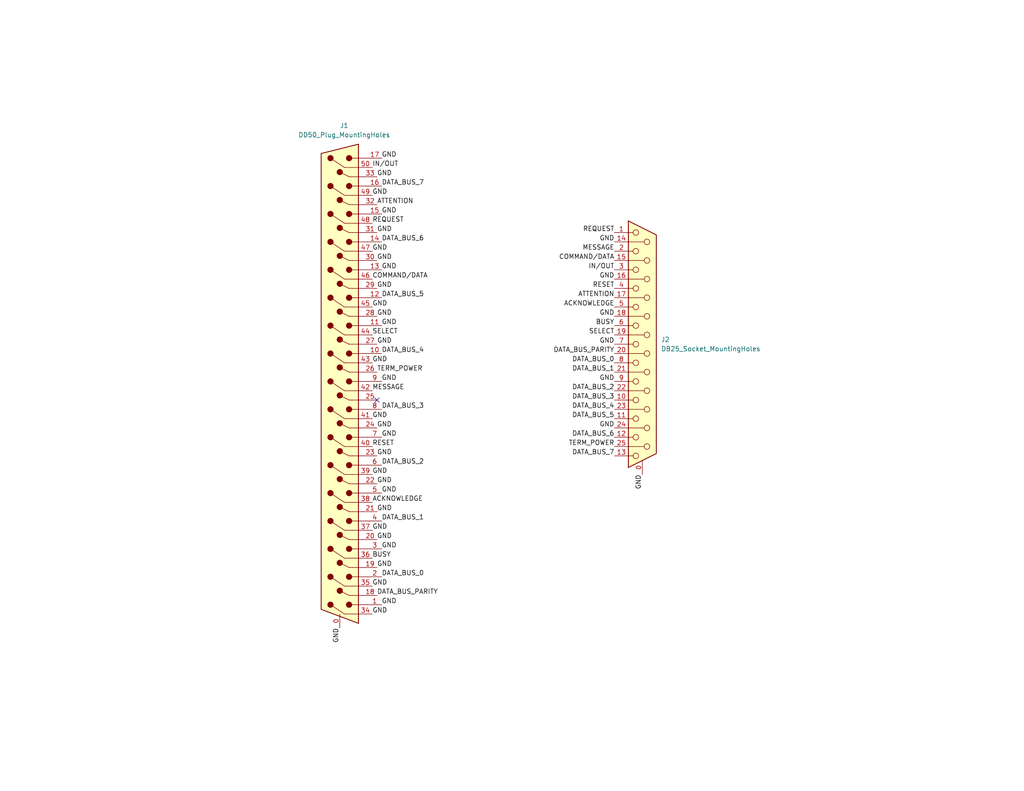
<source format=kicad_sch>
(kicad_sch (version 20250114) (generator "eeschema") (generator_version "9.0")
  (paper "USLetter")
  (title_block (title "SCSI SE DD50 to DB25") (date "2025-03-04") (rev "v0.1") (company "Daniel Williams") (comment 1 "Wired for Single Ended SCSI Only"))
  (lib_symbols
    (symbol "Connector:DB25_Socket_MountingHoles" (pin_names (offset 1.016) (hide yes))
      (property "Reference" "J" (at 0 36.83 0))
      (property "Value" "DB25_Socket_MountingHoles" (at 0 34.925 0))
      (symbol "DB25_Socket_MountingHoles_0_1"
        (polyline (pts (xy -3.81 33.655) (xy 3.81 29.845) (xy 3.81 -29.845) (xy -3.81 -33.655) (xy -3.81 33.655)) (stroke (width 0.254)) (fill (type background)))
        (polyline (pts (xy -3.81 30.48) (xy -2.54 30.48)))
        (polyline (pts (xy -3.81 27.94) (xy 0.508 27.94)))
        (polyline (pts (xy -3.81 25.4) (xy -2.54 25.4)))
        (polyline (pts (xy -3.81 22.86) (xy 0.508 22.86)))
        (polyline (pts (xy -3.81 20.32) (xy -2.54 20.32)))
        (polyline (pts (xy -3.81 17.78) (xy 0.508 17.78)))
        (polyline (pts (xy -3.81 15.24) (xy -2.54 15.24)))
        (polyline (pts (xy -3.81 12.7) (xy 0.508 12.7)))
        (polyline (pts (xy -3.81 10.16) (xy -2.54 10.16)))
        (polyline (pts (xy -3.81 7.62) (xy 0.508 7.62)))
        (polyline (pts (xy -3.81 5.08) (xy -2.54 5.08)))
        (polyline (pts (xy -3.81 2.54) (xy 0.508 2.54)))
        (polyline (pts (xy -3.81 0) (xy -2.54 0)))
        (polyline (pts (xy -3.81 -2.54) (xy 0.508 -2.54)))
        (polyline (pts (xy -3.81 -5.08) (xy -2.54 -5.08)))
        (polyline (pts (xy -3.81 -7.62) (xy 0.508 -7.62)))
        (polyline (pts (xy -3.81 -10.16) (xy -2.54 -10.16)))
        (polyline (pts (xy -3.81 -12.7) (xy 0.508 -12.7)))
        (polyline (pts (xy -3.81 -15.24) (xy -2.54 -15.24)))
        (polyline (pts (xy -3.81 -17.78) (xy 0.508 -17.78)))
        (polyline (pts (xy -3.81 -20.32) (xy -2.54 -20.32)))
        (polyline (pts (xy -3.81 -22.86) (xy 0.508 -22.86)))
        (polyline (pts (xy -3.81 -25.4) (xy -2.54 -25.4)))
        (polyline (pts (xy -3.81 -27.94) (xy 0.508 -27.94)))
        (polyline (pts (xy -3.81 -30.48) (xy -2.54 -30.48)))
        (circle (center -1.778 30.48) (radius 0.762))
        (circle (center -1.778 25.4) (radius 0.762))
        (circle (center -1.778 20.32) (radius 0.762))
        (circle (center -1.778 15.24) (radius 0.762))
        (circle (center -1.778 10.16) (radius 0.762))
        (circle (center -1.778 5.08) (radius 0.762))
        (circle (center -1.778 0) (radius 0.762))
        (circle (center -1.778 -5.08) (radius 0.762))
        (circle (center -1.778 -10.16) (radius 0.762))
        (circle (center -1.778 -15.24) (radius 0.762))
        (circle (center -1.778 -20.32) (radius 0.762))
        (circle (center -1.778 -25.4) (radius 0.762))
        (circle (center -1.778 -30.48) (radius 0.762))
        (circle (center 1.27 27.94) (radius 0.762))
        (circle (center 1.27 22.86) (radius 0.762))
        (circle (center 1.27 17.78) (radius 0.762))
        (circle (center 1.27 12.7) (radius 0.762))
        (circle (center 1.27 7.62) (radius 0.762))
        (circle (center 1.27 2.54) (radius 0.762))
        (circle (center 1.27 -2.54) (radius 0.762))
        (circle (center 1.27 -7.62) (radius 0.762))
        (circle (center 1.27 -12.7) (radius 0.762))
        (circle (center 1.27 -17.78) (radius 0.762))
        (circle (center 1.27 -22.86) (radius 0.762))
        (circle (center 1.27 -27.94) (radius 0.762))
      )
      (symbol "DB25_Socket_MountingHoles_1_1"
        (pin passive line (at -7.62 30.48 0) (length 3.81) (name "1") (number "1"))
        (pin passive line (at -7.62 27.94 0) (length 3.81) (name "P14") (number "14"))
        (pin passive line (at -7.62 25.4 0) (length 3.81) (name "2") (number "2"))
        (pin passive line (at -7.62 22.86 0) (length 3.81) (name "P15") (number "15"))
        (pin passive line (at -7.62 20.32 0) (length 3.81) (name "3") (number "3"))
        (pin passive line (at -7.62 17.78 0) (length 3.81) (name "P16") (number "16"))
        (pin passive line (at -7.62 15.24 0) (length 3.81) (name "4") (number "4"))
        (pin passive line (at -7.62 12.7 0) (length 3.81) (name "P17") (number "17"))
        (pin passive line (at -7.62 10.16 0) (length 3.81) (name "5") (number "5"))
        (pin passive line (at -7.62 7.62 0) (length 3.81) (name "P18") (number "18"))
        (pin passive line (at -7.62 5.08 0) (length 3.81) (name "6") (number "6"))
        (pin passive line (at -7.62 2.54 0) (length 3.81) (name "P19") (number "19"))
        (pin passive line (at -7.62 0 0) (length 3.81) (name "7") (number "7"))
        (pin passive line (at -7.62 -2.54 0) (length 3.81) (name "P20") (number "20"))
        (pin passive line (at -7.62 -5.08 0) (length 3.81) (name "8") (number "8"))
        (pin passive line (at -7.62 -7.62 0) (length 3.81) (name "P21") (number "21"))
        (pin passive line (at -7.62 -10.16 0) (length 3.81) (name "9") (number "9"))
        (pin passive line (at -7.62 -12.7 0) (length 3.81) (name "P22") (number "22"))
        (pin passive line (at -7.62 -15.24 0) (length 3.81) (name "10") (number "10"))
        (pin passive line (at -7.62 -17.78 0) (length 3.81) (name "P23") (number "23"))
        (pin passive line (at -7.62 -20.32 0) (length 3.81) (name "11") (number "11"))
        (pin passive line (at -7.62 -22.86 0) (length 3.81) (name "P24") (number "24"))
        (pin passive line (at -7.62 -25.4 0) (length 3.81) (name "12") (number "12"))
        (pin passive line (at -7.62 -27.94 0) (length 3.81) (name "P25") (number "25"))
        (pin passive line (at -7.62 -30.48 0) (length 3.81) (name "13") (number "13"))
        (pin passive line (at 0 -35.56 90) (length 3.81) (name "PAD") (number "0"))
      )
    )
    (symbol "dwilliams_connectors:DD50_Plug_MountingHoles"
      (property "Reference" "J" (at 0 0 0))
      (property "Value" "DD50_Plug_MountingHoles" (at 0 -2.032 0))
      (symbol "DD50_Plug_MountingHoles_0_1"
        (polyline (pts (xy -2.54 -7.62) (xy 2.54 -7.62)))
        (polyline (pts (xy -2.54 -15.24) (xy 2.54 -15.24)))
        (polyline (pts (xy -2.54 -22.86) (xy 2.54 -22.86)))
        (polyline (pts (xy -2.54 -30.48) (xy 2.54 -30.48)))
        (polyline (pts (xy -2.54 -38.1) (xy 2.54 -38.1)))
        (polyline (pts (xy -2.54 -45.72) (xy 2.54 -45.72)))
        (polyline (pts (xy -2.54 -53.34) (xy 2.54 -53.34)))
        (polyline (pts (xy -2.54 -60.96) (xy 2.54 -60.96)))
        (polyline (pts (xy -2.54 -68.58) (xy 2.54 -68.58)))
        (polyline (pts (xy -2.54 -76.2) (xy 2.54 -76.2)))
        (polyline (pts (xy -2.54 -83.82) (xy 2.54 -83.82)))
        (polyline (pts (xy -2.54 -91.44) (xy 2.54 -91.44)))
        (polyline (pts (xy -2.54 -99.06) (xy 2.54 -99.06)))
        (polyline (pts (xy -2.54 -106.68) (xy 2.54 -106.68)))
        (polyline (pts (xy -2.54 -114.3) (xy 2.54 -114.3)))
        (polyline (pts (xy -2.54 -121.92) (xy 2.54 -121.92)))
        (polyline (pts (xy -2.54 -129.54) (xy 2.54 -129.54)))
        (polyline (pts (xy -1.27 -12.7) (xy 2.54 -12.7)))
        (polyline (pts (xy -1.27 -20.32) (xy 2.54 -20.32)))
        (polyline (pts (xy -1.27 -27.94) (xy 2.54 -27.94)))
        (polyline (pts (xy -1.27 -35.56) (xy 2.54 -35.56)))
        (polyline (pts (xy -1.27 -43.18) (xy 2.54 -43.18)))
        (polyline (pts (xy -1.27 -50.8) (xy 2.54 -50.8)))
        (polyline (pts (xy -1.27 -58.42) (xy 2.54 -58.42)))
        (polyline (pts (xy -1.27 -66.04) (xy 2.54 -66.04)))
        (polyline (pts (xy -1.27 -73.66) (xy 2.54 -73.66)))
        (polyline (pts (xy -1.27 -81.28) (xy 2.54 -81.28)))
        (polyline (pts (xy -1.27 -88.9) (xy 2.54 -88.9)))
        (polyline (pts (xy -1.27 -96.52) (xy 2.54 -96.52)))
        (polyline (pts (xy -1.27 -104.14) (xy 2.54 -104.14)))
        (polyline (pts (xy -1.27 -111.76) (xy 2.54 -111.76)))
        (polyline (pts (xy -1.27 -119.38) (xy 2.54 -119.38)))
        (polyline (pts (xy -1.27 -127) (xy 2.54 -127)))
        (polyline (pts (xy 0 -10.16) (xy 3.81 -10.16)))
        (polyline (pts (xy 0 -17.78) (xy 3.81 -17.78)))
        (polyline (pts (xy 0 -25.4) (xy 3.81 -25.4)))
        (polyline (pts (xy 0 -33.02) (xy 3.81 -33.02)))
        (polyline (pts (xy 0 -40.64) (xy 3.81 -40.64)))
        (polyline (pts (xy 0 -48.26) (xy 3.81 -48.26)))
        (polyline (pts (xy 0 -55.88) (xy 3.81 -55.88)))
        (polyline (pts (xy 0 -63.5) (xy 3.81 -63.5)))
        (polyline (pts (xy 0 -71.12) (xy 3.81 -71.12)))
        (polyline (pts (xy 0 -78.74) (xy 3.81 -78.74)))
        (polyline (pts (xy 0 -86.36) (xy 3.81 -86.36)))
        (polyline (pts (xy 0 -93.98) (xy 3.81 -93.98)))
        (polyline (pts (xy 0 -101.6) (xy 3.81 -101.6)))
        (polyline (pts (xy 0 -109.22) (xy 3.81 -109.22)))
        (polyline (pts (xy 0 -116.84) (xy 3.81 -116.84)))
        (polyline (pts (xy 0 -124.46) (xy 3.81 -124.46)))
        (polyline (pts (xy 0 -132.08) (xy 3.81 -132.08)))
        (polyline (pts (xy 0 -134.62) (xy 10.16 -130.81) (xy 10.16 -6.35) (xy 0 -3.81) (xy 0 -134.62)) (stroke (width 0.254)) (fill (type background)))
        (circle (center 2.54 -7.62) (radius 0.762) (fill (type outline)))
        (polyline (pts (xy 2.54 -12.7) (xy 5.08 -11.43)))
        (circle (center 2.54 -15.24) (radius 0.762) (fill (type outline)))
        (polyline (pts (xy 2.54 -20.32) (xy 5.08 -19.05)))
        (circle (center 2.54 -22.86) (radius 0.762) (fill (type outline)))
        (polyline (pts (xy 2.54 -27.94) (xy 5.08 -26.67)))
        (circle (center 2.54 -30.48) (radius 0.762) (fill (type outline)))
        (polyline (pts (xy 2.54 -35.56) (xy 5.08 -34.29)))
        (circle (center 2.54 -38.1) (radius 0.762) (fill (type outline)))
        (polyline (pts (xy 2.54 -43.18) (xy 5.08 -41.91)))
        (circle (center 2.54 -45.72) (radius 0.762) (fill (type outline)))
        (polyline (pts (xy 2.54 -50.8) (xy 5.08 -49.53)))
        (circle (center 2.54 -53.34) (radius 0.762) (fill (type outline)))
        (polyline (pts (xy 2.54 -58.42) (xy 5.08 -57.15)))
        (circle (center 2.54 -60.96) (radius 0.762) (fill (type outline)))
        (polyline (pts (xy 2.54 -66.04) (xy 5.08 -64.77)))
        (circle (center 2.54 -68.58) (radius 0.762) (fill (type outline)))
        (polyline (pts (xy 2.54 -73.66) (xy 5.08 -72.39)))
        (circle (center 2.54 -76.2) (radius 0.762) (fill (type outline)))
        (polyline (pts (xy 2.54 -81.28) (xy 5.08 -80.01)))
        (circle (center 2.54 -83.82) (radius 0.762) (fill (type outline)))
        (polyline (pts (xy 2.54 -88.9) (xy 5.08 -87.63)))
        (circle (center 2.54 -91.44) (radius 0.762) (fill (type outline)))
        (polyline (pts (xy 2.54 -96.52) (xy 5.08 -95.25)))
        (circle (center 2.54 -99.06) (radius 0.762) (fill (type outline)))
        (polyline (pts (xy 2.54 -104.14) (xy 5.08 -102.87)))
        (circle (center 2.54 -106.68) (radius 0.762) (fill (type outline)))
        (polyline (pts (xy 2.54 -111.76) (xy 5.08 -110.49)))
        (circle (center 2.54 -114.3) (radius 0.762) (fill (type outline)))
        (polyline (pts (xy 2.54 -119.38) (xy 5.08 -118.11)))
        (circle (center 2.54 -121.92) (radius 0.762) (fill (type outline)))
        (polyline (pts (xy 2.54 -127) (xy 5.08 -125.73)))
        (circle (center 2.54 -129.54) (radius 0.762) (fill (type outline)))
        (polyline (pts (xy 3.81 -10.16) (xy 7.62 -7.62)))
        (polyline (pts (xy 3.81 -17.78) (xy 7.62 -15.24)))
        (polyline (pts (xy 3.81 -25.4) (xy 7.62 -22.86)))
        (polyline (pts (xy 3.81 -33.02) (xy 7.62 -30.48)))
        (polyline (pts (xy 3.81 -40.64) (xy 7.62 -38.1)))
        (polyline (pts (xy 3.81 -48.26) (xy 7.62 -45.72)))
        (polyline (pts (xy 3.81 -55.88) (xy 7.62 -53.34)))
        (polyline (pts (xy 3.81 -63.5) (xy 7.62 -60.96)))
        (polyline (pts (xy 3.81 -71.12) (xy 7.62 -68.58)))
        (polyline (pts (xy 3.81 -78.74) (xy 7.62 -76.2)))
        (polyline (pts (xy 3.81 -86.36) (xy 7.62 -83.82)))
        (polyline (pts (xy 3.81 -93.98) (xy 7.62 -91.44)))
        (polyline (pts (xy 3.81 -101.6) (xy 7.62 -99.06)))
        (polyline (pts (xy 3.81 -109.22) (xy 7.62 -106.68)))
        (polyline (pts (xy 3.81 -116.84) (xy 7.62 -114.3)))
        (polyline (pts (xy 3.81 -124.46) (xy 7.62 -121.92)))
        (polyline (pts (xy 3.81 -132.08) (xy 7.62 -129.54)))
        (circle (center 5.08 -11.43) (radius 0.762) (fill (type outline)))
        (circle (center 5.08 -19.05) (radius 0.762) (fill (type outline)))
        (circle (center 5.08 -26.67) (radius 0.762) (fill (type outline)))
        (circle (center 5.08 -34.29) (radius 0.762) (fill (type outline)))
        (circle (center 5.08 -41.91) (radius 0.762) (fill (type outline)))
        (circle (center 5.08 -49.53) (radius 0.762) (fill (type outline)))
        (circle (center 5.08 -57.15) (radius 0.762) (fill (type outline)))
        (circle (center 5.08 -64.77) (radius 0.762) (fill (type outline)))
        (circle (center 5.08 -72.39) (radius 0.762) (fill (type outline)))
        (circle (center 5.08 -80.01) (radius 0.762) (fill (type outline)))
        (circle (center 5.08 -87.63) (radius 0.762) (fill (type outline)))
        (circle (center 5.08 -95.25) (radius 0.762) (fill (type outline)))
        (circle (center 5.08 -102.87) (radius 0.762) (fill (type outline)))
        (circle (center 5.08 -110.49) (radius 0.762) (fill (type outline)))
        (circle (center 5.08 -118.11) (radius 0.762) (fill (type outline)))
        (circle (center 5.08 -125.73) (radius 0.762) (fill (type outline)))
        (circle (center 7.62 -7.62) (radius 0.762) (fill (type outline)))
        (circle (center 7.62 -15.24) (radius 0.762) (fill (type outline)))
        (circle (center 7.62 -22.86) (radius 0.762) (fill (type outline)))
        (circle (center 7.62 -30.48) (radius 0.762) (fill (type outline)))
        (circle (center 7.62 -38.1) (radius 0.762) (fill (type outline)))
        (circle (center 7.62 -45.72) (radius 0.762) (fill (type outline)))
        (circle (center 7.62 -53.34) (radius 0.762) (fill (type outline)))
        (circle (center 7.62 -60.96) (radius 0.762) (fill (type outline)))
        (circle (center 7.62 -68.58) (radius 0.762) (fill (type outline)))
        (circle (center 7.62 -76.2) (radius 0.762) (fill (type outline)))
        (circle (center 7.62 -83.82) (radius 0.762) (fill (type outline)))
        (circle (center 7.62 -91.44) (radius 0.762) (fill (type outline)))
        (circle (center 7.62 -99.06) (radius 0.762) (fill (type outline)))
        (circle (center 7.62 -106.68) (radius 0.762) (fill (type outline)))
        (circle (center 7.62 -114.3) (radius 0.762) (fill (type outline)))
        (circle (center 7.62 -121.92) (radius 0.762) (fill (type outline)))
        (circle (center 7.62 -129.54) (radius 0.762) (fill (type outline)))
      )
      (symbol "DD50_Plug_MountingHoles_1_1"
        (pin passive line (at -6.35 -7.62 0) (length 3.81) (name "") (number "17"))
        (pin passive line (at -6.35 -15.24 0) (length 3.81) (name "") (number "16"))
        (pin passive line (at -6.35 -22.86 0) (length 3.81) (name "") (number "15"))
        (pin passive line (at -6.35 -30.48 0) (length 3.81) (name "") (number "14"))
        (pin passive line (at -6.35 -38.1 0) (length 3.81) (name "") (number "13"))
        (pin passive line (at -6.35 -45.72 0) (length 3.81) (name "") (number "12"))
        (pin passive line (at -6.35 -53.34 0) (length 3.81) (name "") (number "11"))
        (pin passive line (at -6.35 -60.96 0) (length 3.81) (name "") (number "10"))
        (pin passive line (at -6.35 -68.58 0) (length 3.81) (name "") (number "9"))
        (pin passive line (at -6.35 -76.2 0) (length 3.81) (name "") (number "8"))
        (pin passive line (at -6.35 -83.82 0) (length 3.81) (name "") (number "7"))
        (pin passive line (at -6.35 -91.44 0) (length 3.81) (name "") (number "6"))
        (pin passive line (at -6.35 -99.06 0) (length 3.81) (name "") (number "5"))
        (pin passive line (at -6.35 -106.68 0) (length 3.81) (name "") (number "4"))
        (pin passive line (at -6.35 -114.3 0) (length 3.81) (name "") (number "3"))
        (pin passive line (at -6.35 -121.92 0) (length 3.81) (name "") (number "2"))
        (pin passive line (at -6.35 -129.54 0) (length 3.81) (name "") (number "1"))
        (pin passive line (at -5.08 -12.7 0) (length 3.81) (name "") (number "33"))
        (pin passive line (at -5.08 -20.32 0) (length 3.81) (name "") (number "32"))
        (pin passive line (at -5.08 -27.94 0) (length 3.81) (name "") (number "31"))
        (pin passive line (at -5.08 -35.56 0) (length 3.81) (name "") (number "30"))
        (pin passive line (at -5.08 -43.18 0) (length 3.81) (name "") (number "29"))
        (pin passive line (at -5.08 -50.8 0) (length 3.81) (name "") (number "28"))
        (pin passive line (at -5.08 -58.42 0) (length 3.81) (name "") (number "27"))
        (pin passive line (at -5.08 -66.04 0) (length 3.81) (name "") (number "26"))
        (pin passive line (at -5.08 -73.66 0) (length 3.81) (name "") (number "25"))
        (pin passive line (at -5.08 -81.28 0) (length 3.81) (name "") (number "24"))
        (pin passive line (at -5.08 -88.9 0) (length 3.81) (name "") (number "23"))
        (pin passive line (at -5.08 -96.52 0) (length 3.81) (name "") (number "22"))
        (pin passive line (at -5.08 -104.14 0) (length 3.81) (name "") (number "21"))
        (pin passive line (at -5.08 -111.76 0) (length 3.81) (name "") (number "20"))
        (pin passive line (at -5.08 -119.38 0) (length 3.81) (name "") (number "19"))
        (pin passive line (at -5.08 -127 0) (length 3.81) (name "") (number "18"))
        (pin passive line (at -3.81 -10.16 0) (length 3.81) (name "") (number "50"))
        (pin passive line (at -3.81 -17.78 0) (length 3.81) (name "") (number "49"))
        (pin passive line (at -3.81 -25.4 0) (length 3.81) (name "") (number "48"))
        (pin passive line (at -3.81 -33.02 0) (length 3.81) (name "") (number "47"))
        (pin passive line (at -3.81 -40.64 0) (length 3.81) (name "") (number "46"))
        (pin passive line (at -3.81 -48.26 0) (length 3.81) (name "") (number "45"))
        (pin passive line (at -3.81 -55.88 0) (length 3.81) (name "") (number "44"))
        (pin passive line (at -3.81 -63.5 0) (length 3.81) (name "") (number "43"))
        (pin passive line (at -3.81 -71.12 0) (length 3.81) (name "") (number "42"))
        (pin passive line (at -3.81 -78.74 0) (length 3.81) (name "") (number "41"))
        (pin passive line (at -3.81 -86.36 0) (length 3.81) (name "") (number "40"))
        (pin passive line (at -3.81 -93.98 0) (length 3.81) (name "") (number "39"))
        (pin passive line (at -3.81 -101.6 0) (length 3.81) (name "") (number "38"))
        (pin passive line (at -3.81 -109.22 0) (length 3.81) (name "") (number "37"))
        (pin passive line (at -3.81 -116.84 0) (length 3.81) (name "") (number "36"))
        (pin passive line (at -3.81 -124.46 0) (length 3.81) (name "") (number "35"))
        (pin passive line (at -3.81 -132.08 0) (length 3.81) (name "") (number "34"))
        (pin passive line (at 5.08 -135.89 90) (length 3.81) (name "") (number "0"))
      )
    )
  )
  (no_connect (at 102.87 109.22))
  (label "DATA_BUS_PARITY" (at 102.87 162.56 0))
  (label "GND" (at 167.64 116.84 180))
  (label "DATA_BUS_3" (at 104.14 111.76 0))
  (label "GND" (at 102.87 154.94 0))
  (label "GND" (at 92.71 171.45 270))
  (label "GND" (at 101.6 167.64 0))
  (label "GND" (at 104.14 73.66 0))
  (label "GND" (at 102.87 48.26 0))
  (label "GND" (at 102.87 71.12 0))
  (label "GND" (at 101.6 160.02 0))
  (label "DATA_BUS_0" (at 167.64 99.06 180))
  (label "GND" (at 167.64 76.2 180))
  (label "IN{slash}OUT" (at 167.64 73.66 180))
  (label "GND" (at 104.14 119.38 0))
  (label "GND" (at 104.14 43.18 0))
  (label "SELECT" (at 167.64 91.44 180))
  (label "DATA_BUS_0" (at 104.14 157.48 0))
  (label "ATTENTION" (at 102.87 55.88 0))
  (label "GND" (at 102.87 63.5 0))
  (label "GND" (at 167.64 104.14 180))
  (label "TERM_POWER" (at 167.64 121.92 180))
  (label "DATA_BUS_1" (at 104.14 142.24 0))
  (label "GND" (at 104.14 104.14 0))
  (label "ACKNOWLEDGE" (at 101.6 137.16 0))
  (label "DATA_BUS_2" (at 104.14 127 0))
  (label "GND" (at 101.6 83.82 0))
  (label "GND" (at 104.14 88.9 0))
  (label "DATA_BUS_6" (at 167.64 119.38 180))
  (label "DATA_BUS_6" (at 104.14 66.04 0))
  (label "BUSY" (at 101.6 152.4 0))
  (label "GND" (at 102.87 147.32 0))
  (label "GND" (at 102.87 132.08 0))
  (label "GND" (at 101.6 129.54 0))
  (label "ATTENTION" (at 167.64 81.28 180))
  (label "BUSY" (at 167.64 88.9 180))
  (label "GND" (at 104.14 149.86 0))
  (label "DATA_BUS_PARITY" (at 167.64 96.52 180))
  (label "GND" (at 167.64 93.98 180))
  (label "GND" (at 102.87 78.74 0))
  (label "COMMAND{slash}DATA" (at 101.6 76.2 0))
  (label "GND" (at 104.14 58.42 0))
  (label "REQUEST" (at 167.64 63.5 180))
  (label "GND" (at 101.6 114.3 0))
  (label "GND" (at 167.64 66.04 180))
  (label "GND" (at 102.87 124.46 0))
  (label "GND" (at 101.6 53.34 0))
  (label "ACKNOWLEDGE" (at 167.64 83.82 180))
  (label "GND" (at 102.87 139.7 0))
  (label "SELECT" (at 101.6 91.44 0))
  (label "GND" (at 102.87 86.36 0))
  (label "MESSAGE" (at 101.6 106.68 0))
  (label "DATA_BUS_1" (at 167.64 101.6 180))
  (label "GND" (at 101.6 144.78 0))
  (label "GND" (at 102.87 93.98 0))
  (label "RESET" (at 101.6 121.92 0))
  (label "COMMAND{slash}DATA" (at 167.64 71.12 180))
  (label "GND" (at 104.14 134.62 0))
  (label "GND" (at 167.64 86.36 180))
  (label "DATA_BUS_4" (at 104.14 96.52 0))
  (label "DATA_BUS_4" (at 167.64 111.76 180))
  (label "DATA_BUS_7" (at 167.64 124.46 180))
  (label "GND" (at 101.6 68.58 0))
  (label "RESET" (at 167.64 78.74 180))
  (label "DATA_BUS_2" (at 167.64 106.68 180))
  (label "DATA_BUS_7" (at 104.14 50.8 0))
  (label "GND" (at 175.26 129.54 270))
  (label "REQUEST" (at 101.6 60.96 0))
  (label "MESSAGE" (at 167.64 68.58 180))
  (label "DATA_BUS_3" (at 167.64 109.22 180))
  (label "DATA_BUS_5" (at 104.14 81.28 0))
  (label "IN{slash}OUT" (at 101.6 45.72 0))
  (label "TERM_POWER" (at 102.87 101.6 0))
  (label "GND" (at 104.14 165.1 0))
  (label "DATA_BUS_5" (at 167.64 114.3 180))
  (label "GND" (at 101.6 99.06 0))
  (label "GND" (at 102.87 116.84 0))
  (symbol (lib_id "dwilliams_connectors:DD50_Plug_MountingHoles") (at 97.79 35.56 0) (mirror y) (unit 1)
    (property "Reference" "J1" (at 93.9165 34.29 0))
    (property "Value" "DD50_Plug_MountingHoles" (at 93.9165 36.83 0))
    (property "Footprint" "dwilliams_connectors:DSUB-50_Male_Horizontal_P2.76x2.84mm_EdgePinOffset10.40mm_Housed_MountingHolesOffset13.24mm" (effects (hide yes)))
  )
  (symbol (lib_id "Connector:DB25_Socket_MountingHoles") (at 175.26 93.98 0) (unit 1)
    (property "Reference" "J2" (at 180.34 92.7099 0) (effects (justify left)))
    (property "Value" "DB25_Socket_MountingHoles" (at 180.34 95.2499 0) (effects (justify left)))
    (property "Footprint" "Connector_Dsub:DSUB-25_Socket_Horizontal_P2.77x2.84mm_EdgePinOffset9.90mm_Housed_MountingHolesOffset11.32mm" (effects (hide yes)))
    (property "Description" "25-pin D-SUB connector, socket (female), Mounting Hole" (effects (hide yes)))
  )
)
</source>
